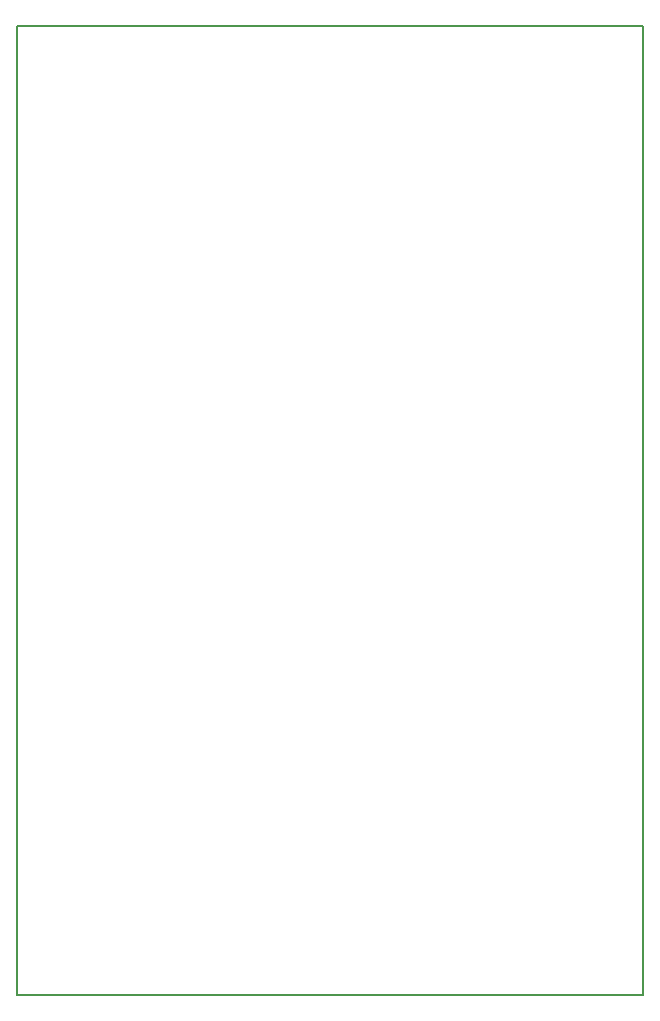
<source format=gbr>
G04 PROTEUS RS274X GERBER FILE*
%FSLAX45Y45*%
%MOMM*%
G01*
%ADD18C,0.203200*%
D18*
X-2600000Y-5210000D02*
X+2700000Y-5210000D01*
X+2700000Y+3000000D01*
X-2600000Y+3000000D01*
X-2600000Y-5210000D01*
M02*

</source>
